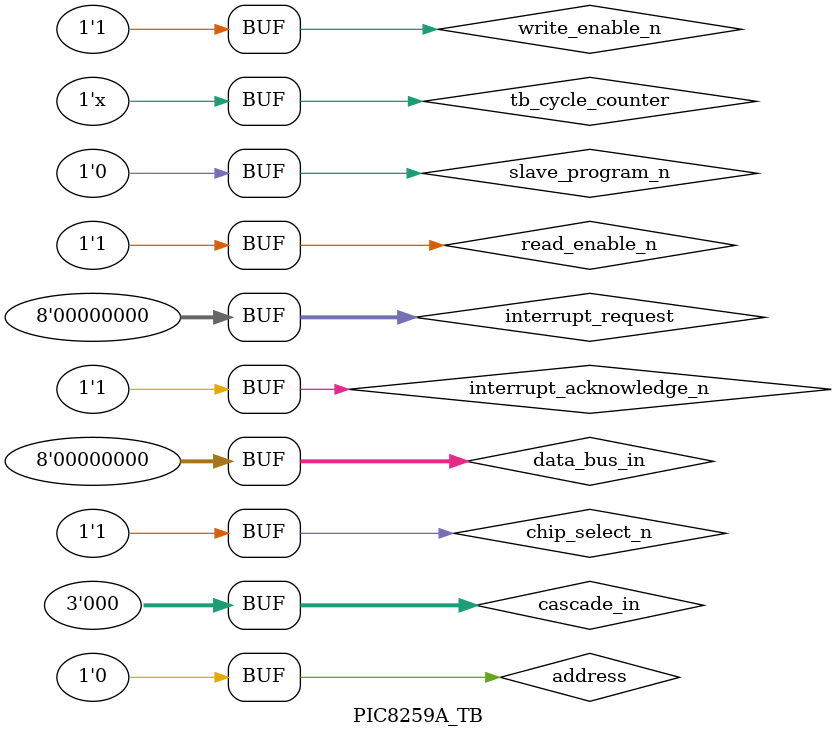
<source format=v>

`define TB_CYCLE        20
`define TB_FINISH_COUNT 429496729
`timescale 1ns / 10ps

module PIC8259A_TB;

   

    //
    // Generate wave file to check
    //
`ifdef IVERILOG
    initial begin
        $dumpfile("tb.vcd");
        $dumpvars(0, tb);
    end
`endif
  

    //
    // Generate clock
    //
    reg   tb_cycle_counter;
    initial tb_cycle_counter = 1'b1;
    always #(`TB_CYCLE / 2) tb_cycle_counter = ~tb_cycle_counter;

    

    


    //
    // Module under test
    //
    reg           chip_select_n;
    reg           read_enable_n;
    reg           write_enable_n;
    reg           address;
    reg   [7:0]   data_bus_in;
    wire   [7:0]   data_bus_out;
    wire           data_bus_io;
    reg   [2:0]   cascade_in;
    wire   [2:0]   cascade_out;
    wire           cascade_io;
    reg           slave_program_n;
    wire           buffer_enable;
    wire           slave_program_or_enable_buffer;
    reg           interrupt_acknowledge_n;
    wire           interrupt_to_cpu;
    reg   [7:0]   interrupt_request;

    PIC_8259A PIC_TEST_MODULE (
      .chip_select_n                       (chip_select_n),
      .read_enable_n                       (read_enable_n),
      .write_enable_n                       (write_enable_n),
      .address                       (address),
      .data_bus_in                       (data_bus_in),
      .data_bus_out                       (data_bus_out),
      .data_bus_io                       (data_bus_io),
      .cascade_in                       (cascade_in),
      .cascade_out                       (cascade_out),
      .cascade_io                       (cascade_io),
      .slave_program_n                       (slave_program_n),
      .buffer_enable                       (buffer_enable),
      .slave_program_or_enable_buffer                       (slave_program_or_enable_buffer),
      .interrupt_acknowledge_n                       (interrupt_acknowledge_n),
      .interrupt_to_cpu                       (interrupt_to_cpu),
      .interrupt_request                       (interrupt_request)
    
    );


    //
    // Task : Initialization
    //
    task TASK_INIT;
    begin
        #(`TB_CYCLE * 0);
        chip_select_n           = 1'b1;
        read_enable_n           = 1'b1;
        write_enable_n          = 1'b1;
        address                 = 1'b0;
        data_bus_in             = 8'b00000000;
        cascade_in              = 3'b000;
        slave_program_n         = 1'b0;
        interrupt_acknowledge_n = 1'b1;
        interrupt_request       = 8'b00000000;
        #(`TB_CYCLE * 12);
    end
    endtask

    //
    // Task : Write data
    //
    task TASK_WRITE_DATA(input addr, input [7:0] data);
    begin
        #(`TB_CYCLE * 0);
        chip_select_n   = 1'b0;
        write_enable_n  = 1'b0;
        address         = addr;
        data_bus_in     = data;
        #(`TB_CYCLE * 1);
        chip_select_n   = 1'b1;
        write_enable_n  = 1'b1;
        address         = 1'b0;
        data_bus_in     = 8'b00000000;
        #(`TB_CYCLE * 1);
    end
    endtask

    //
    // Task : Read data
    //
    task TASK_READ_DATA(input addr);
    begin
        #(`TB_CYCLE * 0);
        chip_select_n   = 1'b0;
        read_enable_n   = 1'b0;
        address         = addr;
        #(`TB_CYCLE * 1);
        chip_select_n   = 1'b1;
        read_enable_n   = 1'b1;
        #(`TB_CYCLE * 1);
    end
    endtask

    //
    // Task : Send interrupt request
    //
    task TASK_INTERRUPT_REQUEST(input [7:0] request);
    begin
        #(`TB_CYCLE * 0);
        interrupt_request = request;
        #(`TB_CYCLE * 1);
        interrupt_request = 8'b00000000;
    end
    endtask

    //
    // Task : Send specific EOI
    //
    task TASK_SEND_SPECIFIC_EOI(input [2:0] int_no);
    begin
        TASK_WRITE_DATA(1'b0, {8'b01100, int_no});
    end
    endtask

    //
    // Task : Send non specific EOI
    //
    task TASK_SEND_NON_SPECIFIC_EOI;
    begin
        TASK_WRITE_DATA(1'b0, 8'b00100000);
    end
    endtask

  

    //
    // Task : Send ack (8086)
    //
    task TASK_SEND_ACK_TO_8086;
    begin
        #(`TB_CYCLE * 0);
        interrupt_acknowledge_n = 1'b1;
        #(`TB_CYCLE * 1);
        interrupt_acknowledge_n = 1'b0;
        #(`TB_CYCLE * 1);
        interrupt_acknowledge_n = 1'b1;
        #(`TB_CYCLE * 1);
        interrupt_acknowledge_n = 1'b0;
        #(`TB_CYCLE * 1);
        interrupt_acknowledge_n = 1'b1;
    end
    endtask

    //
    // Task : Send ack (8086)
    //
    task TASK_SEND_ACK_TO_8086_SLAVE(input [2:0] slave_id);
    begin
        #(`TB_CYCLE * 0);
        interrupt_acknowledge_n = 1'b1;
        cascade_in = 3'b000;
        #(`TB_CYCLE * 1);
        interrupt_acknowledge_n = 1'b0;
        #(`TB_CYCLE / 2);
        cascade_in = slave_id;
        #(`TB_CYCLE / 2);
        interrupt_acknowledge_n = 1'b1;
        #(`TB_CYCLE * 1);
        interrupt_acknowledge_n = 1'b0;
        #(`TB_CYCLE * 1);
        interrupt_acknowledge_n = 1'b1;
        cascade_in = 3'b000;
    end
    endtask


    //
    // TASK : 8086 interrupt test
    //
    task TASK_8086_NORMAL_INTERRUPT_TEST;
    begin
        #(`TB_CYCLE * 0);
        // ICW1
        TASK_WRITE_DATA(1'b0, 8'b00011111);
        // ICW2
        TASK_WRITE_DATA(1'b1, 8'b11111000);
        // ICW4
        TASK_WRITE_DATA(1'b1, 8'b00000001);
        // OCW1
        TASK_WRITE_DATA(1'b1, 8'b00000000);
        // OCW3
        TASK_WRITE_DATA(1'b0, 8'b00001000);

        // Interrupt
        TASK_INTERRUPT_REQUEST(8'b00000001);
        TASK_SEND_ACK_TO_8086();
        TASK_SEND_NON_SPECIFIC_EOI();

        TASK_INTERRUPT_REQUEST(8'b00000010);
        TASK_SEND_ACK_TO_8086();
        TASK_SEND_NON_SPECIFIC_EOI();

        TASK_INTERRUPT_REQUEST(8'b00000100);
        TASK_SEND_ACK_TO_8086();
        TASK_SEND_NON_SPECIFIC_EOI();

        TASK_INTERRUPT_REQUEST(8'b00001000);
        TASK_SEND_ACK_TO_8086();
        TASK_SEND_NON_SPECIFIC_EOI();

        TASK_INTERRUPT_REQUEST(8'b00010000);
        TASK_SEND_ACK_TO_8086();
        TASK_SEND_NON_SPECIFIC_EOI();

        TASK_INTERRUPT_REQUEST(8'b00100000);
        TASK_SEND_ACK_TO_8086();
        TASK_SEND_NON_SPECIFIC_EOI();

        TASK_INTERRUPT_REQUEST(8'b01000000);
        TASK_SEND_ACK_TO_8086();
        TASK_SEND_NON_SPECIFIC_EOI();

        TASK_INTERRUPT_REQUEST(8'b10000000);
        TASK_SEND_ACK_TO_8086();
        TASK_SEND_NON_SPECIFIC_EOI();

        #(`TB_CYCLE * 12);
    end
    endtask

    //
    // TASK : level torigger test
    //
    task TASK_LEVEL_TORIGGER_TEST;
    begin
        #(`TB_CYCLE * 0);
        // ICW1
        TASK_WRITE_DATA(1'b0, 8'b00011111);
        // ICW2
        TASK_WRITE_DATA(1'b1, 8'b00000000);
        // ICW4
        TASK_WRITE_DATA(1'b1, 8'b00000011);
        // OCW1
        TASK_WRITE_DATA(1'b1, 8'b00000000);
        // OCW3
        TASK_WRITE_DATA(1'b0, 8'b00001000);
        
        #(`TB_CYCLE * 7);
        
        interrupt_request = 8'b00001000;
        #(`TB_CYCLE * 2);
        TASK_SEND_ACK_TO_8086();
        #(`TB_CYCLE * 2);
        interrupt_request = 8'b00000000;

        #(`TB_CYCLE * 7);
        interrupt_request = 8'b10000000;
        #(`TB_CYCLE * 2);
        TASK_SEND_ACK_TO_8086();
        #(`TB_CYCLE * 2);
        interrupt_request = 8'b00000000;


        #(`TB_CYCLE * 7);
        interrupt_request = 8'b00000010;
        TASK_SEND_ACK_TO_8086();
        #(`TB_CYCLE * 2);
        interrupt_request = 8'b00000000;

        #(`TB_CYCLE * 7);
        
    end
    endtask

    //
    // TASK : edge torigger test
    //
    task TASK_EDGE_TORIGGER_TEST;
    begin
        #(`TB_CYCLE * 0);
        // ICW1
        TASK_WRITE_DATA(1'b0, 8'b00010111);
        // ICW2
        TASK_WRITE_DATA(1'b1, 8'b00000000);
        // ICW4
        TASK_WRITE_DATA(1'b1, 8'b00000011);
        // OCW1
        TASK_WRITE_DATA(1'b1, 8'b00000000);
        // OCW3
        TASK_WRITE_DATA(1'b0, 8'b00001000);
        TASK_INTERRUPT_REQUEST(8'b11100000);
        TASK_SEND_ACK_TO_8086();

        #(`TB_CYCLE * 5);
        TASK_INTERRUPT_REQUEST(8'b00000010);
        TASK_SEND_ACK_TO_8086();
        #(`TB_CYCLE * 5);
        TASK_INTERRUPT_REQUEST(8'b00000100);
        TASK_SEND_ACK_TO_8086();
        #(`TB_CYCLE * 5);
        TASK_INTERRUPT_REQUEST(8'b00001000);
        TASK_SEND_ACK_TO_8086();
        #(`TB_CYCLE * 5);
        TASK_INTERRUPT_REQUEST(8'b00010000);
        TASK_SEND_ACK_TO_8086();
        #(`TB_CYCLE * 5);
        TASK_INTERRUPT_REQUEST(8'b00100000);

        TASK_SEND_ACK_TO_8086();
        #(`TB_CYCLE * 5);
        TASK_INTERRUPT_REQUEST(8'b01000000);

        TASK_SEND_ACK_TO_8086();
        #(`TB_CYCLE * 5);
        TASK_INTERRUPT_REQUEST(8'b10000000);
        TASK_SEND_ACK_TO_8086();
        #(`TB_CYCLE * 5);
        TASK_INTERRUPT_REQUEST(8'b00000000);
        #(`TB_CYCLE * 12);
    end
    endtask

    //
    // TASK : interrupt mask test
    //
    task TASK_INTERRUPT_MASK_TEST;
    begin
        #(`TB_CYCLE * 0);
        // ICW1
        TASK_WRITE_DATA(1'b0, 8'b00011111);
        // ICW2
        TASK_WRITE_DATA(1'b1, 8'b00000000);
        // ICW4
        TASK_WRITE_DATA(1'b1, 8'b00000001);
        // OCW1
        TASK_WRITE_DATA(1'b1, 8'b11111111);
        // OCW3
        TASK_WRITE_DATA(1'b0, 8'b00001000);

        // Can't interrupt
        TASK_INTERRUPT_REQUEST(8'b11111111);
        #(`TB_CYCLE * 5);

        // OCW1
        TASK_WRITE_DATA(1'b1, 8'b11111110);
        // Interrupt
        TASK_INTERRUPT_REQUEST(8'b11111111);
        TASK_SEND_ACK_TO_8086();
        TASK_SEND_NON_SPECIFIC_EOI();

        // OCW1
        TASK_WRITE_DATA(1'b1, 8'b11111101);
        // Interrupt
        TASK_INTERRUPT_REQUEST(8'b11111111);
        TASK_SEND_ACK_TO_8086();
        TASK_SEND_NON_SPECIFIC_EOI();

        // OCW1
        TASK_WRITE_DATA(1'b1, 8'b11111011);
        // Interrupt
        TASK_INTERRUPT_REQUEST(8'b11111111);
        TASK_SEND_ACK_TO_8086();
        TASK_SEND_NON_SPECIFIC_EOI();


        #(`TB_CYCLE * 12);
    end
    endtask


    //
    // TASK : auto-eoi test
    //
    task TASK_AUTO_EOI_TEST;
    begin
        #(`TB_CYCLE * 0);
        // ICW1
        TASK_WRITE_DATA(1'b0, 8'b00011111);
        // ICW2
        TASK_WRITE_DATA(1'b1, 8'b01100000);
        // ICW4
        TASK_WRITE_DATA(1'b1, 8'b00000011);
        // OCW1
        TASK_WRITE_DATA(1'b1, 8'b00000000);
        // OCW3
        TASK_WRITE_DATA(1'b0, 8'b00001000);
        // Interrupt
        TASK_INTERRUPT_REQUEST(8'b11000000);
        // ACK
        TASK_SEND_ACK_TO_8086();
        #(`TB_CYCLE * 5);
        // Interrupt
        TASK_INTERRUPT_REQUEST(8'b11000010);
        // ACK
        TASK_SEND_ACK_TO_8086();
        #(`TB_CYCLE * 5);
        // Interrupt
        TASK_INTERRUPT_REQUEST(8'b00001000);
        // ACK
        TASK_SEND_ACK_TO_8086();
        #(`TB_CYCLE * 5);
    end
    endtask

	//
    // TASK : non specific test
    //
    task TASK_NON_SPECIFIC_EOI_TEST;
    begin
        #(`TB_CYCLE * 0);
        // ICW1
        TASK_WRITE_DATA(1'b0, 8'b00011111);
        // ICW2
        TASK_WRITE_DATA(1'b1, 8'b10000000);
        // ICW4
        TASK_WRITE_DATA(1'b1, 8'b00000001);
        // OCW1
        TASK_WRITE_DATA(1'b1, 8'b00000000);
        // OCW3
        TASK_WRITE_DATA(1'b0, 8'b00001000);

        // Interrupt
        TASK_INTERRUPT_REQUEST(8'b11100000);
        TASK_SEND_ACK_TO_8086();
        TASK_SEND_NON_SPECIFIC_EOI();
        
        #(`TB_CYCLE * 5);
        
        TASK_INTERRUPT_REQUEST(8'b11100010);
        TASK_SEND_ACK_TO_8086();
        TASK_SEND_NON_SPECIFIC_EOI();
        
        #(`TB_CYCLE * 5);

        TASK_INTERRUPT_REQUEST(8'b11101000);
        TASK_SEND_ACK_TO_8086();
        TASK_SEND_NON_SPECIFIC_EOI();
        #(`TB_CYCLE * 5);

    end
    endtask

    //
    // TASK : non specific test
    //
    task TASK_ROTATE_ON_AUTO_END_OF_INTERRUPT;
      begin
        #(`TB_CYCLE * 0);
        // ICW1
        TASK_WRITE_DATA(1'b0, 8'b00011111);
        // ICW2
        TASK_WRITE_DATA(1'b1, 8'b00000000);
        // ICW4
        TASK_WRITE_DATA(1'b1, 8'b00000011);
        // OCW1
        TASK_WRITE_DATA(1'b1, 8'b00000000);
        // OCW2
        TASK_WRITE_DATA(1'b0, 8'b10000111);
        // OCW3
        TASK_WRITE_DATA(1'b0, 8'b00001000);
        
        TASK_INTERRUPT_REQUEST(8'b00000100);
        TASK_SEND_ACK_TO_8086();
        TASK_WRITE_DATA(1'b0, 8'b00000000);
        

        TASK_INTERRUPT_REQUEST(8'b11111111);
        TASK_SEND_ACK_TO_8086();
        #(`TB_CYCLE * 12);
      end
    endtask
    
    task TASK_ROTATE_ON_NON_SPECIFIC_END_OF_INTERRUPT;
      begin
        // ICW1
        TASK_WRITE_DATA(1'b0, 8'b00011111);
        // ICW2
        TASK_WRITE_DATA(1'b1, 8'b00000000);
        // ICW4
        TASK_WRITE_DATA(1'b1, 8'b00000001);
        // OCW1
        TASK_WRITE_DATA(1'b1, 8'b00000000);
        // OCW2
        TASK_WRITE_DATA(1'b0, 8'b10100111);
        // OCW3
        TASK_WRITE_DATA(1'b0, 8'b00001000);
        TASK_INTERRUPT_REQUEST(8'b00001000);
        TASK_SEND_ACK_TO_8086();
        TASK_WRITE_DATA(1'b0, 8'b10100000);
        TASK_INTERRUPT_REQUEST(8'b11111111);

        TASK_SEND_ACK_TO_8086();
        TASK_SEND_NON_SPECIFIC_EOI();

        TASK_SEND_ACK_TO_8086();
        TASK_SEND_NON_SPECIFIC_EOI();

        TASK_SEND_ACK_TO_8086();
        TASK_SEND_NON_SPECIFIC_EOI();

        TASK_SEND_ACK_TO_8086();
        TASK_SEND_NON_SPECIFIC_EOI();

        TASK_SEND_ACK_TO_8086();
        TASK_SEND_NON_SPECIFIC_EOI();

        TASK_SEND_ACK_TO_8086();
        TASK_SEND_NON_SPECIFIC_EOI();
      end
    endtask
    
    task TASK_READING_IRR_TEST;
    begin
        #(`TB_CYCLE * 0);
        // ICW1
        TASK_WRITE_DATA(1'b0, 8'b00011111);
        // ICW2
        TASK_WRITE_DATA(1'b1, 8'b00000000);
        // ICW4
        TASK_WRITE_DATA(1'b1, 8'b00001101);
        // OCW1
        TASK_WRITE_DATA(1'b1, 8'b00000000);
        // OCW3
        TASK_WRITE_DATA(1'b0, 8'b00001000);

        $display("***** read irr ***** at ");
        // OCW3
        TASK_WRITE_DATA(1'b0, 8'b00001010);
        TASK_READ_DATA(1'b0);

        TASK_INTERRUPT_REQUEST(8'b00000001);
        TASK_SEND_ACK_TO_8086();
        #(`TB_CYCLE * 1);

        TASK_INTERRUPT_REQUEST(8'b00000001);
        TASK_READ_DATA(1'b0);

        TASK_INTERRUPT_REQUEST(8'b00000010);
        TASK_READ_DATA(1'b0);

        TASK_INTERRUPT_REQUEST(8'b00000100);
        TASK_READ_DATA(1'b0);

        TASK_INTERRUPT_REQUEST(8'b00001000);
        TASK_READ_DATA(1'b0);

        TASK_INTERRUPT_REQUEST(8'b00010000);
        TASK_READ_DATA(1'b0);
        #(`TB_CYCLE * 12);
    end
    endtask
      task TASK_READING_ISR_TEST;
      begin
        #(`TB_CYCLE * 0);
        // ICW1
        TASK_WRITE_DATA(1'b0, 8'b00011111);
        // ICW2
        TASK_WRITE_DATA(1'b1, 8'b00000000);
        // ICW4
        TASK_WRITE_DATA(1'b1, 8'b00000001);
        // OCW1
        TASK_WRITE_DATA(1'b1, 8'b00000000);
        // OCW3
        TASK_WRITE_DATA(1'b0, 8'b00001011);
        #(`TB_CYCLE * 1);
        
        TASK_INTERRUPT_REQUEST(8'b00001000);
        
        
        TASK_SEND_ACK_TO_8086();
        TASK_READ_DATA(1'b0);
        #(`TB_CYCLE * 1);
        TASK_SEND_NON_SPECIFIC_EOI();
        #(`TB_CYCLE * 1);
        
        TASK_INTERRUPT_REQUEST(8'b00001100);
        TASK_SEND_ACK_TO_8086();
        TASK_READ_DATA(1'b0);
        #(`TB_CYCLE * 1);
        TASK_SEND_NON_SPECIFIC_EOI();
        #(`TB_CYCLE * 12);
      end
      endtask
        
	
	task CASCADE_MODE_MASTER;
	begin
	      #(`TB_CYCLE * 0);
		    // ICW1
        TASK_WRITE_DATA(1'b0, 8'b00011101);
        // ICW2
       // TASK_WRITE_DATA(1'b1, 8'b00000000);
        // ICW3
        TASK_WRITE_DATA(1'b1, 8'b10000111);
        // ICW4
      //  TASK_WRITE_DATA(1'b1, 8'b00000001);
        // OCW1
        TASK_WRITE_DATA(1'b1, 8'b00000000);
        // OCW3
        TASK_WRITE_DATA(1'b0, 8'b00001000);

        slave_program_n         = 1'b1;

        // interrupt
        TASK_INTERRUPT_REQUEST(8'b00000100);

        TASK_SEND_ACK_TO_8086();
		TASK_SEND_NON_SPECIFIC_EOI();
		
		 #(`TB_CYCLE * 12);
	end
	endtask
	
	task CASCADE_MODE_SLAVE;
	begin
		#(`TB_CYCLE * 0);
		// ICW1
        TASK_WRITE_DATA(1'b0, 8'b00011101);
        // ICW2
        TASK_WRITE_DATA(1'b1, 8'b00000000);
        // ICW3
        TASK_WRITE_DATA(1'b1, 8'b10000111);
        // ICW4
        TASK_WRITE_DATA(1'b1, 8'b00000001);
        // OCW1
        TASK_WRITE_DATA(1'b1, 8'b00000000);
        // OCW3
        TASK_WRITE_DATA(1'b0, 8'b00001000);
		
		slave_program_n         = 1'b0;

        // interrupt
        TASK_INTERRUPT_REQUEST(8'b10000000);

		//  TASK_SEND_ACK_TO_8086_SLAVE(3'b000);
		//   TASK_SEND_ACK_TO_8086_SLAVE(3'b001);
		//  TASK_SEND_ACK_TO_8086_SLAVE(3'b010);
        // TASK_SEND_ACK_TO_8086_SLAVE(3'b011);
        // TASK_SEND_ACK_TO_8086_SLAVE(3'b100);
        // TASK_SEND_ACK_TO_8086_SLAVE(3'b101);
        //TASK_SEND_ACK_TO_8086_SLAVE(3'b110);
          TASK_SEND_ACK_TO_8086_SLAVE(3'b111);

        TASK_SEND_NON_SPECIFIC_EOI();

        #(`TB_CYCLE * 12);
	end
	endtask


    //
    // Test pattern
    //
    initial begin
        TASK_INIT();
      // TASK_8086_NORMAL_INTERRUPT_TEST();
      //TASK_AUTO_EOI_TEST();
      //TASK_NON_SPECIFIC_EOI_TEST();
      //TASK_EDGE_TORIGGER_TEST();
      //TASK_LEVEL_TORIGGER_TEST();
      //TASK_ROTATE_ON_AUTO_END_OF_INTERRUPT();
      //TASK_ROTATE_ON_NON_SPECIFIC_END_OF_INTERRUPT();
	  //CASCADE_MODE_MASTER();
	  //CASCADE_MODE_SLAVE();
	  //TASK_INTERRUPT_MASK_TEST();
      //TASK_READING_IRR_TEST();
      //TASK_READING_ISR_TEST();
      
        #(`TB_CYCLE * 1);

    end
endmodule

</source>
